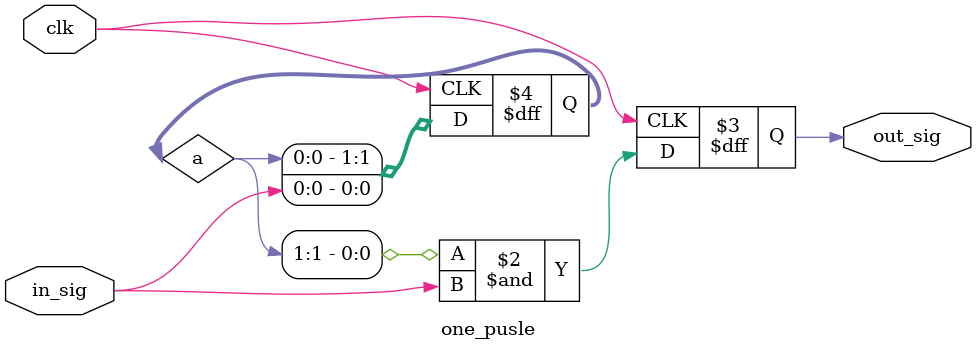
<source format=sv>
module one_pusle(input clk, in_sig, output logic out_sig);
  logic [1:0] a;
    always_ff @(posedge clk)begin
    a       <= {a[0],in_sig};
    out_sig <= a[1] & in_sig; 
  end
endmodule
</source>
